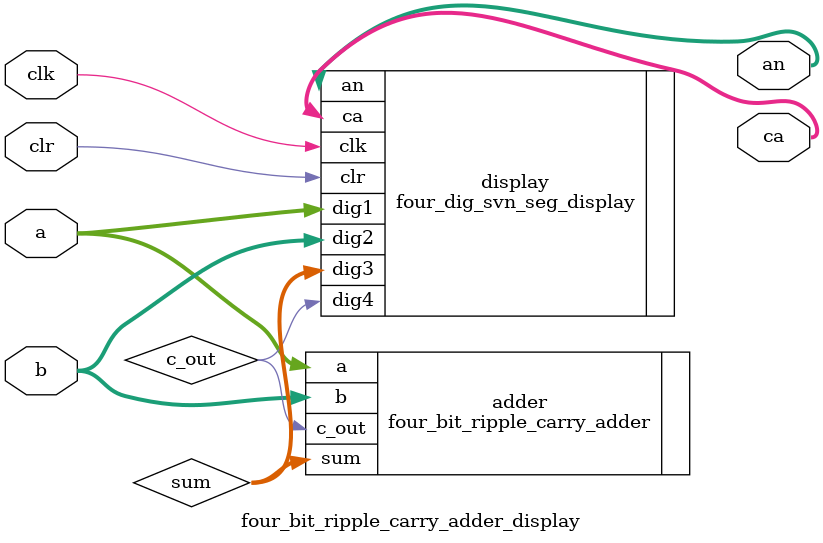
<source format=v>
/*******************************************************************************
4-bit Ripple Carry Adder Display displays the two addends, sum and carry out in 
hexadecimal form on a 4-digit Seven-segment Display.
*******************************************************************************/

`timescale 1ns / 1ps

module four_bit_ripple_carry_adder_display(
    input [3:0] a,   // 4-bit addend
    input [3:0] b,   // 4-bit addend
    input clk,       // 1-bit clock signal
    input clr,       // 1-bit clear signal
    output [3:0] an, // 4-bit anode control signal
    output [6:0] ca  // 7-bit cathode control signal
    );

    wire [3:0] sum;  // 4-bit sum
    wire c_out;      // 1-bit carry out
    
    // initializes a 4-bit Ripple Carry Adder
    four_bit_ripple_carry_adder adder(.a(a), .b(b), .sum(sum), .c_out(c_out));
    
    // intializes a 4-digit Seven-segment Display
    four_dig_svn_seg_display display(.clk(clk), .clr(clr), 
                                     .dig1(a), .dig2(b), 
                                     .dig3(sum), .dig4(c_out), 
                                     .an(an), .ca(ca));
endmodule
</source>
